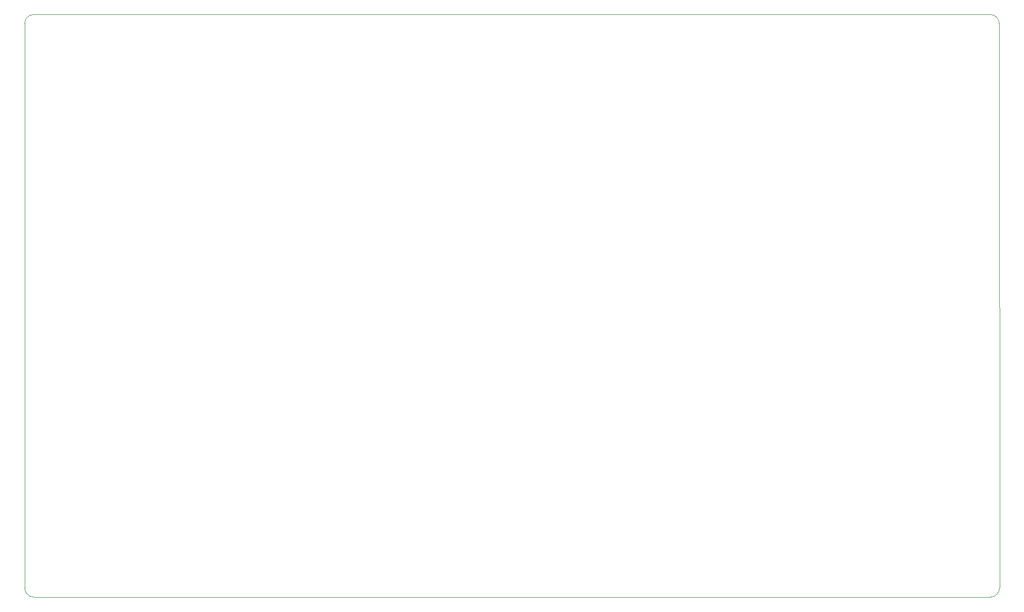
<source format=gbr>
%TF.GenerationSoftware,KiCad,Pcbnew,7.0.5*%
%TF.CreationDate,2023-07-21T14:17:18+03:00*%
%TF.ProjectId,MacroPadPlate,4d616372-6f50-4616-9450-6c6174652e6b,rev?*%
%TF.SameCoordinates,Original*%
%TF.FileFunction,Profile,NP*%
%FSLAX46Y46*%
G04 Gerber Fmt 4.6, Leading zero omitted, Abs format (unit mm)*
G04 Created by KiCad (PCBNEW 7.0.5) date 2023-07-21 14:17:18*
%MOMM*%
%LPD*%
G01*
G04 APERTURE LIST*
%TA.AperFunction,Profile*%
%ADD10C,0.100000*%
%TD*%
G04 APERTURE END LIST*
D10*
X76200000Y-128587500D02*
G75*
G03*
X77787500Y-130175000I1587500J0D01*
G01*
X241300000Y-130175000D02*
X77787500Y-130175000D01*
X76200000Y-128587500D02*
X76200000Y-32004000D01*
X242824000Y-32004000D02*
G75*
G03*
X241300000Y-30480000I-1524000J0D01*
G01*
X77724000Y-30480000D02*
G75*
G03*
X76200000Y-32004000I0J-1524000D01*
G01*
X241300000Y-130175000D02*
G75*
G03*
X242887500Y-128587500I0J1587500D01*
G01*
X77724000Y-30480000D02*
X241300000Y-30480000D01*
X242824000Y-32004000D02*
X242887500Y-128587500D01*
M02*

</source>
